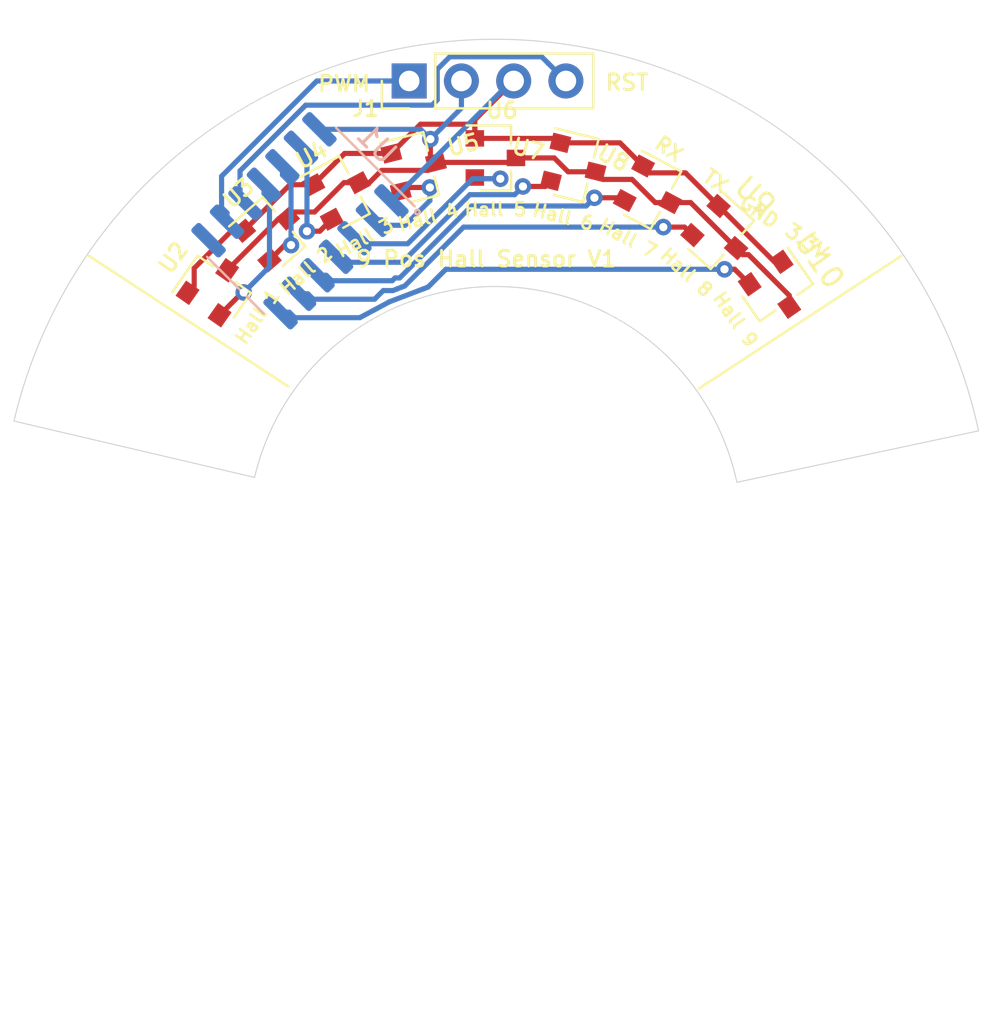
<source format=kicad_pcb>
(kicad_pcb (version 20171130) (host pcbnew "(5.1.5)-3")

  (general
    (thickness 1.6)
    (drawings 17)
    (tracks 162)
    (zones 0)
    (modules 13)
    (nets 15)
  )

  (page A4)
  (layers
    (0 F.Cu signal)
    (31 B.Cu signal)
    (32 B.Adhes user)
    (33 F.Adhes user)
    (34 B.Paste user)
    (35 F.Paste user)
    (36 B.SilkS user)
    (37 F.SilkS user)
    (38 B.Mask user)
    (39 F.Mask user)
    (40 Dwgs.User user)
    (41 Cmts.User user)
    (42 Eco1.User user)
    (43 Eco2.User user)
    (44 Edge.Cuts user)
    (45 Margin user)
    (46 B.CrtYd user)
    (47 F.CrtYd user)
    (48 B.Fab user)
    (49 F.Fab user)
  )

  (setup
    (last_trace_width 0.25)
    (trace_clearance 0.2)
    (zone_clearance 0.508)
    (zone_45_only no)
    (trace_min 0.2)
    (via_size 0.8)
    (via_drill 0.4)
    (via_min_size 0.4)
    (via_min_drill 0.3)
    (uvia_size 0.3)
    (uvia_drill 0.1)
    (uvias_allowed no)
    (uvia_min_size 0.2)
    (uvia_min_drill 0.1)
    (edge_width 0.05)
    (segment_width 0.2)
    (pcb_text_width 0.3)
    (pcb_text_size 1.5 1.5)
    (mod_edge_width 0.12)
    (mod_text_size 1 1)
    (mod_text_width 0.15)
    (pad_size 1.524 1.524)
    (pad_drill 0.762)
    (pad_to_mask_clearance 0.051)
    (solder_mask_min_width 0.25)
    (aux_axis_origin 0 0)
    (visible_elements 7FFFFFFF)
    (pcbplotparams
      (layerselection 0x010fc_ffffffff)
      (usegerberextensions false)
      (usegerberattributes false)
      (usegerberadvancedattributes false)
      (creategerberjobfile false)
      (excludeedgelayer true)
      (linewidth 0.100000)
      (plotframeref false)
      (viasonmask false)
      (mode 1)
      (useauxorigin false)
      (hpglpennumber 1)
      (hpglpenspeed 20)
      (hpglpendiameter 15.000000)
      (psnegative false)
      (psa4output false)
      (plotreference true)
      (plotvalue true)
      (plotinvisibletext false)
      (padsonsilk false)
      (subtractmaskfromsilk false)
      (outputformat 1)
      (mirror false)
      (drillshape 0)
      (scaleselection 1)
      (outputdirectory "Gerbers/"))
  )

  (net 0 "")
  (net 1 GND)
  (net 2 "Net-(U1-Pad11)")
  (net 3 "Net-(U1-Pad12)")
  (net 4 "Net-(U1-Pad13)")
  (net 5 +3V3)
  (net 6 "Net-(U1-Pad2)")
  (net 7 "Net-(U1-Pad3)")
  (net 8 "Net-(U1-Pad4)")
  (net 9 "Net-(U1-Pad5)")
  (net 10 "Net-(U1-Pad8)")
  (net 11 "Net-(J1-Pad1)")
  (net 12 "Net-(J1-Pad4)")
  (net 13 "Net-(U1-Pad6)")
  (net 14 "Net-(U1-Pad7)")

  (net_class Default "This is the default net class."
    (clearance 0.2)
    (trace_width 0.25)
    (via_dia 0.8)
    (via_drill 0.4)
    (uvia_dia 0.3)
    (uvia_drill 0.1)
    (add_net +3V3)
    (add_net GND)
    (add_net "Net-(J1-Pad1)")
    (add_net "Net-(J1-Pad4)")
    (add_net "Net-(U1-Pad11)")
    (add_net "Net-(U1-Pad12)")
    (add_net "Net-(U1-Pad13)")
    (add_net "Net-(U1-Pad2)")
    (add_net "Net-(U1-Pad3)")
    (add_net "Net-(U1-Pad4)")
    (add_net "Net-(U1-Pad5)")
    (add_net "Net-(U1-Pad6)")
    (add_net "Net-(U1-Pad7)")
    (add_net "Net-(U1-Pad8)")
  )

  (module Package_TO_SOT_SMD:SOT-23 (layer F.Cu) (tedit 5A02FF57) (tstamp 60162DF9)
    (at 143.725 58.4 305)
    (descr "SOT-23, Standard")
    (tags SOT-23)
    (path /6019ADE5)
    (attr smd)
    (fp_text reference U10 (at 0 -2.5 125) (layer F.SilkS)
      (effects (font (size 1 1) (thickness 0.15)))
    )
    (fp_text value "Hall 9" (at 0 2.5 125) (layer F.SilkS)
      (effects (font (size 0.635 0.635) (thickness 0.127)))
    )
    (fp_line (start 0.76 1.58) (end -0.7 1.58) (layer F.SilkS) (width 0.12))
    (fp_line (start 0.76 -1.58) (end -1.4 -1.58) (layer F.SilkS) (width 0.12))
    (fp_line (start -1.7 1.75) (end -1.7 -1.75) (layer F.CrtYd) (width 0.05))
    (fp_line (start 1.7 1.75) (end -1.7 1.75) (layer F.CrtYd) (width 0.05))
    (fp_line (start 1.7 -1.75) (end 1.7 1.75) (layer F.CrtYd) (width 0.05))
    (fp_line (start -1.7 -1.75) (end 1.7 -1.75) (layer F.CrtYd) (width 0.05))
    (fp_line (start 0.76 -1.58) (end 0.76 -0.65) (layer F.SilkS) (width 0.12))
    (fp_line (start 0.76 1.58) (end 0.76 0.65) (layer F.SilkS) (width 0.12))
    (fp_line (start -0.7 1.52) (end 0.7 1.52) (layer F.Fab) (width 0.1))
    (fp_line (start 0.7 -1.52) (end 0.7 1.52) (layer F.Fab) (width 0.1))
    (fp_line (start -0.7 -0.95) (end -0.15 -1.52) (layer F.Fab) (width 0.1))
    (fp_line (start -0.15 -1.52) (end 0.7 -1.52) (layer F.Fab) (width 0.1))
    (fp_line (start -0.7 -0.95) (end -0.7 1.5) (layer F.Fab) (width 0.1))
    (fp_text user %R (at 0 0 35) (layer F.Fab)
      (effects (font (size 0.5 0.5) (thickness 0.075)))
    )
    (pad 3 smd rect (at 1 0 305) (size 0.9 0.8) (layers F.Cu F.Paste F.Mask)
      (net 1 GND))
    (pad 2 smd rect (at -1 0.95 305) (size 0.9 0.8) (layers F.Cu F.Paste F.Mask)
      (net 14 "Net-(U1-Pad7)"))
    (pad 1 smd rect (at -1 -0.95 305) (size 0.9 0.8) (layers F.Cu F.Paste F.Mask)
      (net 5 +3V3))
    (model ${KISYS3DMOD}/Package_TO_SOT_SMD.3dshapes/SOT-23.wrl
      (at (xyz 0 0 0))
      (scale (xyz 1 1 1))
      (rotate (xyz 0 0 0))
    )
  )

  (module Package_TO_SOT_SMD:SOT-23 (layer F.Cu) (tedit 5A02FF57) (tstamp 60162DE4)
    (at 140.97 55.7 318)
    (descr "SOT-23, Standard")
    (tags SOT-23)
    (path /60198576)
    (attr smd)
    (fp_text reference U9 (at 0 -2.5 138) (layer F.SilkS)
      (effects (font (size 1 1) (thickness 0.15)))
    )
    (fp_text value "Hall 8" (at 0 2.5 138) (layer F.SilkS)
      (effects (font (size 0.635 0.635) (thickness 0.127)))
    )
    (fp_line (start 0.76 1.58) (end -0.7 1.58) (layer F.SilkS) (width 0.12))
    (fp_line (start 0.76 -1.58) (end -1.4 -1.58) (layer F.SilkS) (width 0.12))
    (fp_line (start -1.7 1.75) (end -1.7 -1.75) (layer F.CrtYd) (width 0.05))
    (fp_line (start 1.7 1.75) (end -1.7 1.75) (layer F.CrtYd) (width 0.05))
    (fp_line (start 1.7 -1.75) (end 1.7 1.75) (layer F.CrtYd) (width 0.05))
    (fp_line (start -1.7 -1.75) (end 1.7 -1.75) (layer F.CrtYd) (width 0.05))
    (fp_line (start 0.76 -1.58) (end 0.76 -0.65) (layer F.SilkS) (width 0.12))
    (fp_line (start 0.76 1.58) (end 0.76 0.65) (layer F.SilkS) (width 0.12))
    (fp_line (start -0.7 1.52) (end 0.7 1.52) (layer F.Fab) (width 0.1))
    (fp_line (start 0.7 -1.52) (end 0.7 1.52) (layer F.Fab) (width 0.1))
    (fp_line (start -0.7 -0.95) (end -0.15 -1.52) (layer F.Fab) (width 0.1))
    (fp_line (start -0.15 -1.52) (end 0.7 -1.52) (layer F.Fab) (width 0.1))
    (fp_line (start -0.7 -0.95) (end -0.7 1.5) (layer F.Fab) (width 0.1))
    (fp_text user %R (at 0 0 48) (layer F.Fab)
      (effects (font (size 0.5 0.5) (thickness 0.075)))
    )
    (pad 3 smd rect (at 1 0 318) (size 0.9 0.8) (layers F.Cu F.Paste F.Mask)
      (net 1 GND))
    (pad 2 smd rect (at -1 0.95 318) (size 0.9 0.8) (layers F.Cu F.Paste F.Mask)
      (net 13 "Net-(U1-Pad6)"))
    (pad 1 smd rect (at -1 -0.95 318) (size 0.9 0.8) (layers F.Cu F.Paste F.Mask)
      (net 5 +3V3))
    (model ${KISYS3DMOD}/Package_TO_SOT_SMD.3dshapes/SOT-23.wrl
      (at (xyz 0 0 0))
      (scale (xyz 1 1 1))
      (rotate (xyz 0 0 0))
    )
  )

  (module MountingHole:MountingHole_2.2mm_M2 (layer F.Cu) (tedit 56D1B4CB) (tstamp 60162392)
    (at 146.51 62.89)
    (descr "Mounting Hole 2.2mm, no annular, M2")
    (tags "mounting hole 2.2mm no annular m2")
    (attr virtual)
    (fp_text reference REF** (at 0 -3.2) (layer F.SilkS) hide
      (effects (font (size 1 1) (thickness 0.15)))
    )
    (fp_text value " " (at 0 3.2) (layer F.Fab)
      (effects (font (size 1 1) (thickness 0.15)))
    )
    (fp_circle (center 0 0) (end 2.45 0) (layer F.CrtYd) (width 0.05))
    (fp_circle (center 0 0) (end 2.2 0) (layer Cmts.User) (width 0.15))
    (fp_text user %R (at 0.3 0) (layer F.Fab)
      (effects (font (size 1 1) (thickness 0.15)))
    )
    (pad 1 np_thru_hole circle (at 0 0) (size 2.2 2.2) (drill 2.2) (layers *.Cu *.Mask))
  )

  (module MountingHole:MountingHole_2.2mm_M2 (layer F.Cu) (tedit 56D1B4CB) (tstamp 60162211)
    (at 113.45 62.72)
    (descr "Mounting Hole 2.2mm, no annular, M2")
    (tags "mounting hole 2.2mm no annular m2")
    (attr virtual)
    (fp_text reference REF** (at 0 -3.2) (layer F.SilkS) hide
      (effects (font (size 1 1) (thickness 0.15)))
    )
    (fp_text value " " (at 0 3.2) (layer F.Fab)
      (effects (font (size 1 1) (thickness 0.15)))
    )
    (fp_circle (center 0 0) (end 2.45 0) (layer F.CrtYd) (width 0.05))
    (fp_circle (center 0 0) (end 2.2 0) (layer Cmts.User) (width 0.15))
    (fp_text user %R (at 0.3 0) (layer F.Fab)
      (effects (font (size 1 1) (thickness 0.15)))
    )
    (pad 1 np_thru_hole circle (at 0 0) (size 2.2 2.2) (drill 2.2) (layers *.Cu *.Mask))
  )

  (module Connector_PinHeader_2.54mm:PinHeader_1x04_P2.54mm_Vertical (layer F.Cu) (tedit 59FED5CC) (tstamp 60160ADE)
    (at 125.8189 48.25 90)
    (descr "Through hole straight pin header, 1x04, 2.54mm pitch, single row")
    (tags "Through hole pin header THT 1x04 2.54mm single row")
    (path /6015B838)
    (fp_text reference J1 (at -1.3335 -2.1209 180) (layer F.SilkS)
      (effects (font (size 0.762 0.762) (thickness 0.1397)))
    )
    (fp_text value Power/Signal (at 3.0861 3.4417 180) (layer F.Fab)
      (effects (font (size 1 1) (thickness 0.15)))
    )
    (fp_line (start -0.635 -1.27) (end 1.27 -1.27) (layer F.Fab) (width 0.1))
    (fp_line (start 1.27 -1.27) (end 1.27 8.89) (layer F.Fab) (width 0.1))
    (fp_line (start 1.27 8.89) (end -1.27 8.89) (layer F.Fab) (width 0.1))
    (fp_line (start -1.27 8.89) (end -1.27 -0.635) (layer F.Fab) (width 0.1))
    (fp_line (start -1.27 -0.635) (end -0.635 -1.27) (layer F.Fab) (width 0.1))
    (fp_line (start -1.33 8.95) (end 1.33 8.95) (layer F.SilkS) (width 0.12))
    (fp_line (start -1.33 1.27) (end -1.33 8.95) (layer F.SilkS) (width 0.12))
    (fp_line (start 1.33 1.27) (end 1.33 8.95) (layer F.SilkS) (width 0.12))
    (fp_line (start -1.33 1.27) (end 1.33 1.27) (layer F.SilkS) (width 0.12))
    (fp_line (start -1.33 0) (end -1.33 -1.33) (layer F.SilkS) (width 0.12))
    (fp_line (start -1.33 -1.33) (end 0 -1.33) (layer F.SilkS) (width 0.12))
    (fp_line (start -1.8 -1.8) (end -1.8 9.4) (layer F.CrtYd) (width 0.05))
    (fp_line (start -1.8 9.4) (end 1.8 9.4) (layer F.CrtYd) (width 0.05))
    (fp_line (start 1.8 9.4) (end 1.8 -1.8) (layer F.CrtYd) (width 0.05))
    (fp_line (start 1.8 -1.8) (end -1.8 -1.8) (layer F.CrtYd) (width 0.05))
    (fp_text user %R (at 0 3.81) (layer F.Fab)
      (effects (font (size 1 1) (thickness 0.15)))
    )
    (pad 1 thru_hole rect (at 0 0 90) (size 1.7 1.7) (drill 1) (layers *.Cu *.Mask)
      (net 11 "Net-(J1-Pad1)"))
    (pad 2 thru_hole oval (at 0 2.54 90) (size 1.7 1.7) (drill 1) (layers *.Cu *.Mask)
      (net 1 GND))
    (pad 3 thru_hole oval (at 0 5.08 90) (size 1.7 1.7) (drill 1) (layers *.Cu *.Mask)
      (net 5 +3V3))
    (pad 4 thru_hole oval (at 0 7.62 90) (size 1.7 1.7) (drill 1) (layers *.Cu *.Mask)
      (net 12 "Net-(J1-Pad4)"))
    (model ${KISYS3DMOD}/Connector_PinHeader_2.54mm.3dshapes/PinHeader_1x04_P2.54mm_Vertical.wrl
      (at (xyz 0 0 0))
      (scale (xyz 1 1 1))
      (rotate (xyz 0 0 0))
    )
  )

  (module Package_SO:SOIC-14_3.9x8.7mm_P1.27mm (layer B.Cu) (tedit 5D9F72B1) (tstamp 6012B118)
    (at 120.5103 55.0418 135)
    (descr "SOIC, 14 Pin (JEDEC MS-012AB, https://www.analog.com/media/en/package-pcb-resources/package/pkg_pdf/soic_narrow-r/r_14.pdf), generated with kicad-footprint-generator ipc_gullwing_generator.py")
    (tags "SOIC SO")
    (path /5F112964)
    (attr smd)
    (fp_text reference U1 (at 0 5.28 315) (layer B.SilkS)
      (effects (font (size 1 1) (thickness 0.15)) (justify mirror))
    )
    (fp_text value ATtiny814-SS (at 0 -5.28 315) (layer B.Fab)
      (effects (font (size 1 1) (thickness 0.15)) (justify mirror))
    )
    (fp_line (start 3.7 4.58) (end -3.7 4.58) (layer B.CrtYd) (width 0.05))
    (fp_line (start 3.7 -4.58) (end 3.7 4.58) (layer B.CrtYd) (width 0.05))
    (fp_line (start -3.7 -4.58) (end 3.7 -4.58) (layer B.CrtYd) (width 0.05))
    (fp_line (start -3.7 4.58) (end -3.7 -4.58) (layer B.CrtYd) (width 0.05))
    (fp_line (start -1.95 3.35) (end -0.975 4.325) (layer B.Fab) (width 0.1))
    (fp_line (start -1.95 -4.325) (end -1.95 3.35) (layer B.Fab) (width 0.1))
    (fp_line (start 1.95 -4.325) (end -1.95 -4.325) (layer B.Fab) (width 0.1))
    (fp_line (start 1.95 4.325) (end 1.95 -4.325) (layer B.Fab) (width 0.1))
    (fp_line (start -0.975 4.325) (end 1.95 4.325) (layer B.Fab) (width 0.1))
    (fp_line (start 0 4.435) (end -3.45 4.435) (layer B.SilkS) (width 0.12))
    (fp_line (start 0 4.435) (end 1.95 4.435) (layer B.SilkS) (width 0.12))
    (fp_line (start 0 -4.435) (end -1.95 -4.435) (layer B.SilkS) (width 0.12))
    (fp_line (start 0 -4.435) (end 1.95 -4.435) (layer B.SilkS) (width 0.12))
    (fp_text user %R (at 0 0 315) (layer B.Fab)
      (effects (font (size 0.98 0.98) (thickness 0.15)) (justify mirror))
    )
    (pad 1 smd roundrect (at -2.475 3.81 135) (size 1.95 0.6) (layers B.Cu B.Paste B.Mask) (roundrect_rratio 0.25)
      (net 5 +3V3))
    (pad 2 smd roundrect (at -2.475 2.54 135) (size 1.95 0.6) (layers B.Cu B.Paste B.Mask) (roundrect_rratio 0.25)
      (net 6 "Net-(U1-Pad2)"))
    (pad 3 smd roundrect (at -2.475 1.27 135) (size 1.95 0.6) (layers B.Cu B.Paste B.Mask) (roundrect_rratio 0.25)
      (net 7 "Net-(U1-Pad3)"))
    (pad 4 smd roundrect (at -2.475 0 135) (size 1.95 0.6) (layers B.Cu B.Paste B.Mask) (roundrect_rratio 0.25)
      (net 8 "Net-(U1-Pad4)"))
    (pad 5 smd roundrect (at -2.475 -1.27 135) (size 1.95 0.6) (layers B.Cu B.Paste B.Mask) (roundrect_rratio 0.25)
      (net 9 "Net-(U1-Pad5)"))
    (pad 6 smd roundrect (at -2.475 -2.54 135) (size 1.95 0.6) (layers B.Cu B.Paste B.Mask) (roundrect_rratio 0.25)
      (net 13 "Net-(U1-Pad6)"))
    (pad 7 smd roundrect (at -2.475 -3.81 135) (size 1.95 0.6) (layers B.Cu B.Paste B.Mask) (roundrect_rratio 0.25)
      (net 14 "Net-(U1-Pad7)"))
    (pad 8 smd roundrect (at 2.475 -3.81 135) (size 1.95 0.6) (layers B.Cu B.Paste B.Mask) (roundrect_rratio 0.25)
      (net 10 "Net-(U1-Pad8)"))
    (pad 9 smd roundrect (at 2.475 -2.54 135) (size 1.95 0.6) (layers B.Cu B.Paste B.Mask) (roundrect_rratio 0.25)
      (net 11 "Net-(J1-Pad1)"))
    (pad 10 smd roundrect (at 2.475 -1.27 135) (size 1.95 0.6) (layers B.Cu B.Paste B.Mask) (roundrect_rratio 0.25)
      (net 12 "Net-(J1-Pad4)"))
    (pad 11 smd roundrect (at 2.475 0 135) (size 1.95 0.6) (layers B.Cu B.Paste B.Mask) (roundrect_rratio 0.25)
      (net 2 "Net-(U1-Pad11)"))
    (pad 12 smd roundrect (at 2.475 1.27 135) (size 1.95 0.6) (layers B.Cu B.Paste B.Mask) (roundrect_rratio 0.25)
      (net 3 "Net-(U1-Pad12)"))
    (pad 13 smd roundrect (at 2.475 2.54 135) (size 1.95 0.6) (layers B.Cu B.Paste B.Mask) (roundrect_rratio 0.25)
      (net 4 "Net-(U1-Pad13)"))
    (pad 14 smd roundrect (at 2.475 3.81 135) (size 1.95 0.6) (layers B.Cu B.Paste B.Mask) (roundrect_rratio 0.25)
      (net 1 GND))
    (model ${KISYS3DMOD}/Package_SO.3dshapes/SOIC-14_3.9x8.7mm_P1.27mm.wrl
      (at (xyz 0 0 0))
      (scale (xyz 1 1 1))
      (rotate (xyz 0 0 0))
    )
  )

  (module Package_TO_SOT_SMD:SOT-23 (layer F.Cu) (tedit 5A02FF57) (tstamp 6012B47E)
    (at 116.3955 58.2676 55)
    (descr "SOT-23, Standard")
    (tags SOT-23)
    (path /5EF2DD3D)
    (attr smd)
    (fp_text reference U2 (at 0 -2.5 55) (layer F.SilkS)
      (effects (font (size 0.762 0.762) (thickness 0.1397)))
    )
    (fp_text value "Hall 1" (at 0 2.5 55) (layer F.SilkS)
      (effects (font (size 0.635 0.635) (thickness 0.127)))
    )
    (fp_line (start 0.76 1.58) (end -0.7 1.58) (layer F.SilkS) (width 0.12))
    (fp_line (start 0.76 -1.58) (end -1.4 -1.58) (layer F.SilkS) (width 0.12))
    (fp_line (start -1.7 1.75) (end -1.7 -1.75) (layer F.CrtYd) (width 0.05))
    (fp_line (start 1.7 1.75) (end -1.7 1.75) (layer F.CrtYd) (width 0.05))
    (fp_line (start 1.7 -1.75) (end 1.7 1.75) (layer F.CrtYd) (width 0.05))
    (fp_line (start -1.7 -1.75) (end 1.7 -1.75) (layer F.CrtYd) (width 0.05))
    (fp_line (start 0.76 -1.58) (end 0.76 -0.65) (layer F.SilkS) (width 0.12))
    (fp_line (start 0.76 1.58) (end 0.76 0.65) (layer F.SilkS) (width 0.12))
    (fp_line (start -0.7 1.52) (end 0.7 1.52) (layer F.Fab) (width 0.1))
    (fp_line (start 0.7 -1.52) (end 0.7 1.52) (layer F.Fab) (width 0.1))
    (fp_line (start -0.7 -0.95) (end -0.15 -1.52) (layer F.Fab) (width 0.1))
    (fp_line (start -0.15 -1.52) (end 0.7 -1.52) (layer F.Fab) (width 0.1))
    (fp_line (start -0.7 -0.95) (end -0.7 1.5) (layer F.Fab) (width 0.1))
    (fp_text user %R (at 0 0 145) (layer F.Fab)
      (effects (font (size 0.5 0.5) (thickness 0.075)))
    )
    (pad 1 smd rect (at -1 -0.95 55) (size 0.9 0.8) (layers F.Cu F.Paste F.Mask)
      (net 5 +3V3))
    (pad 2 smd rect (at -1 0.95 55) (size 0.9 0.8) (layers F.Cu F.Paste F.Mask)
      (net 2 "Net-(U1-Pad11)"))
    (pad 3 smd rect (at 1 0 55) (size 0.9 0.8) (layers F.Cu F.Paste F.Mask)
      (net 1 GND))
    (model ${KISYS3DMOD}/Package_TO_SOT_SMD.3dshapes/SOT-23.wrl
      (at (xyz 0 0 0))
      (scale (xyz 1 1 1))
      (rotate (xyz 0 0 0))
    )
  )

  (module Package_TO_SOT_SMD:SOT-23 (layer F.Cu) (tedit 5A02FF57) (tstamp 6012B00A)
    (at 119.16 55.59 41)
    (descr "SOT-23, Standard")
    (tags SOT-23)
    (path /5EF2FF40)
    (attr smd)
    (fp_text reference U3 (at 0 -2.5 41) (layer F.SilkS)
      (effects (font (size 0.762 0.762) (thickness 0.1397)))
    )
    (fp_text value "Hall 2" (at 0 2.5 41) (layer F.SilkS)
      (effects (font (size 0.635 0.635) (thickness 0.127)))
    )
    (fp_text user %R (at 0 0 131) (layer F.Fab)
      (effects (font (size 0.5 0.5) (thickness 0.075)))
    )
    (fp_line (start -0.7 -0.95) (end -0.7 1.5) (layer F.Fab) (width 0.1))
    (fp_line (start -0.15 -1.52) (end 0.7 -1.52) (layer F.Fab) (width 0.1))
    (fp_line (start -0.7 -0.95) (end -0.15 -1.52) (layer F.Fab) (width 0.1))
    (fp_line (start 0.7 -1.52) (end 0.7 1.52) (layer F.Fab) (width 0.1))
    (fp_line (start -0.7 1.52) (end 0.7 1.52) (layer F.Fab) (width 0.1))
    (fp_line (start 0.76 1.58) (end 0.76 0.65) (layer F.SilkS) (width 0.12))
    (fp_line (start 0.76 -1.58) (end 0.76 -0.65) (layer F.SilkS) (width 0.12))
    (fp_line (start -1.7 -1.75) (end 1.7 -1.75) (layer F.CrtYd) (width 0.05))
    (fp_line (start 1.7 -1.75) (end 1.7 1.75) (layer F.CrtYd) (width 0.05))
    (fp_line (start 1.7 1.75) (end -1.7 1.75) (layer F.CrtYd) (width 0.05))
    (fp_line (start -1.7 1.75) (end -1.7 -1.75) (layer F.CrtYd) (width 0.05))
    (fp_line (start 0.76 -1.58) (end -1.4 -1.58) (layer F.SilkS) (width 0.12))
    (fp_line (start 0.76 1.58) (end -0.7 1.58) (layer F.SilkS) (width 0.12))
    (pad 3 smd rect (at 1 0 41) (size 0.9 0.8) (layers F.Cu F.Paste F.Mask)
      (net 1 GND))
    (pad 2 smd rect (at -1 0.95 41) (size 0.9 0.8) (layers F.Cu F.Paste F.Mask)
      (net 3 "Net-(U1-Pad12)"))
    (pad 1 smd rect (at -1 -0.95 41) (size 0.9 0.8) (layers F.Cu F.Paste F.Mask)
      (net 5 +3V3))
    (model ${KISYS3DMOD}/Package_TO_SOT_SMD.3dshapes/SOT-23.wrl
      (at (xyz 0 0 0))
      (scale (xyz 1 1 1))
      (rotate (xyz 0 0 0))
    )
  )

  (module Package_TO_SOT_SMD:SOT-23 (layer F.Cu) (tedit 5A02FF57) (tstamp 6012B01E)
    (at 122.49 53.66 28)
    (descr "SOT-23, Standard")
    (tags SOT-23)
    (path /5EF3088F)
    (attr smd)
    (fp_text reference U4 (at -0.402667 -2.254052 28) (layer F.SilkS)
      (effects (font (size 0.762 0.762) (thickness 0.1397)))
    )
    (fp_text value "Hall 3" (at 0 2.5 28) (layer F.SilkS)
      (effects (font (size 0.635 0.635) (thickness 0.127)))
    )
    (fp_line (start 0.76 1.58) (end -0.7 1.58) (layer F.SilkS) (width 0.12))
    (fp_line (start 0.76 -1.58) (end -1.4 -1.58) (layer F.SilkS) (width 0.12))
    (fp_line (start -1.7 1.75) (end -1.7 -1.75) (layer F.CrtYd) (width 0.05))
    (fp_line (start 1.7 1.75) (end -1.7 1.75) (layer F.CrtYd) (width 0.05))
    (fp_line (start 1.7 -1.75) (end 1.7 1.75) (layer F.CrtYd) (width 0.05))
    (fp_line (start -1.7 -1.75) (end 1.7 -1.75) (layer F.CrtYd) (width 0.05))
    (fp_line (start 0.76 -1.58) (end 0.76 -0.65) (layer F.SilkS) (width 0.12))
    (fp_line (start 0.76 1.58) (end 0.76 0.65) (layer F.SilkS) (width 0.12))
    (fp_line (start -0.7 1.52) (end 0.7 1.52) (layer F.Fab) (width 0.1))
    (fp_line (start 0.7 -1.52) (end 0.7 1.52) (layer F.Fab) (width 0.1))
    (fp_line (start -0.7 -0.95) (end -0.15 -1.52) (layer F.Fab) (width 0.1))
    (fp_line (start -0.15 -1.52) (end 0.7 -1.52) (layer F.Fab) (width 0.1))
    (fp_line (start -0.7 -0.95) (end -0.7 1.5) (layer F.Fab) (width 0.1))
    (fp_text user %R (at 0 0 118) (layer F.Fab)
      (effects (font (size 0.5 0.5) (thickness 0.075)))
    )
    (pad 1 smd rect (at -1 -0.95 28) (size 0.9 0.8) (layers F.Cu F.Paste F.Mask)
      (net 5 +3V3))
    (pad 2 smd rect (at -1 0.95 28) (size 0.9 0.8) (layers F.Cu F.Paste F.Mask)
      (net 4 "Net-(U1-Pad13)"))
    (pad 3 smd rect (at 1 0 28) (size 0.9 0.8) (layers F.Cu F.Paste F.Mask)
      (net 1 GND))
    (model ${KISYS3DMOD}/Package_TO_SOT_SMD.3dshapes/SOT-23.wrl
      (at (xyz 0 0 0))
      (scale (xyz 1 1 1))
      (rotate (xyz 0 0 0))
    )
  )

  (module Package_TO_SOT_SMD:SOT-23 (layer F.Cu) (tedit 5A02FF57) (tstamp 6012B032)
    (at 126.15 52.45 14)
    (descr "SOT-23, Standard")
    (tags SOT-23)
    (path /5EF30FFA)
    (attr smd)
    (fp_text reference U5 (at 2.4991 -0.5015 14) (layer F.SilkS)
      (effects (font (size 0.762 0.762) (thickness 0.1397)))
    )
    (fp_text value "Hall 4" (at 0 2.5 14) (layer F.SilkS)
      (effects (font (size 0.635 0.635) (thickness 0.127)))
    )
    (fp_line (start 0.76 1.58) (end -0.7 1.58) (layer F.SilkS) (width 0.12))
    (fp_line (start 0.76 -1.58) (end -1.4 -1.58) (layer F.SilkS) (width 0.12))
    (fp_line (start -1.7 1.75) (end -1.7 -1.75) (layer F.CrtYd) (width 0.05))
    (fp_line (start 1.7 1.75) (end -1.7 1.75) (layer F.CrtYd) (width 0.05))
    (fp_line (start 1.7 -1.75) (end 1.7 1.75) (layer F.CrtYd) (width 0.05))
    (fp_line (start -1.7 -1.75) (end 1.7 -1.75) (layer F.CrtYd) (width 0.05))
    (fp_line (start 0.76 -1.58) (end 0.76 -0.65) (layer F.SilkS) (width 0.12))
    (fp_line (start 0.76 1.58) (end 0.76 0.65) (layer F.SilkS) (width 0.12))
    (fp_line (start -0.7 1.52) (end 0.7 1.52) (layer F.Fab) (width 0.1))
    (fp_line (start 0.7 -1.52) (end 0.7 1.52) (layer F.Fab) (width 0.1))
    (fp_line (start -0.7 -0.95) (end -0.15 -1.52) (layer F.Fab) (width 0.1))
    (fp_line (start -0.15 -1.52) (end 0.7 -1.52) (layer F.Fab) (width 0.1))
    (fp_line (start -0.7 -0.95) (end -0.7 1.5) (layer F.Fab) (width 0.1))
    (fp_text user %R (at 0 0 104) (layer F.Fab)
      (effects (font (size 0.5 0.5) (thickness 0.075)))
    )
    (pad 1 smd rect (at -1 -0.95 14) (size 0.9 0.8) (layers F.Cu F.Paste F.Mask)
      (net 5 +3V3))
    (pad 2 smd rect (at -1 0.95 14) (size 0.9 0.8) (layers F.Cu F.Paste F.Mask)
      (net 6 "Net-(U1-Pad2)"))
    (pad 3 smd rect (at 1 0 14) (size 0.9 0.8) (layers F.Cu F.Paste F.Mask)
      (net 1 GND))
    (model ${KISYS3DMOD}/Package_TO_SOT_SMD.3dshapes/SOT-23.wrl
      (at (xyz 0 0 0))
      (scale (xyz 1 1 1))
      (rotate (xyz 0 0 0))
    )
  )

  (module Package_TO_SOT_SMD:SOT-23 (layer F.Cu) (tedit 5A02FF57) (tstamp 6012B046)
    (at 130.01 51.99)
    (descr "SOT-23, Standard")
    (tags SOT-23)
    (path /5EF31415)
    (attr smd)
    (fp_text reference U6 (at 0.318728 -2.3069) (layer F.SilkS)
      (effects (font (size 0.762 0.762) (thickness 0.1397)))
    )
    (fp_text value "Hall 5" (at 0 2.5) (layer F.SilkS)
      (effects (font (size 0.635 0.635) (thickness 0.127)))
    )
    (fp_text user %R (at 0 0 -270) (layer F.Fab)
      (effects (font (size 0.5 0.5) (thickness 0.075)))
    )
    (fp_line (start -0.7 -0.95) (end -0.7 1.5) (layer F.Fab) (width 0.1))
    (fp_line (start -0.15 -1.52) (end 0.7 -1.52) (layer F.Fab) (width 0.1))
    (fp_line (start -0.7 -0.95) (end -0.15 -1.52) (layer F.Fab) (width 0.1))
    (fp_line (start 0.7 -1.52) (end 0.7 1.52) (layer F.Fab) (width 0.1))
    (fp_line (start -0.7 1.52) (end 0.7 1.52) (layer F.Fab) (width 0.1))
    (fp_line (start 0.76 1.58) (end 0.76 0.65) (layer F.SilkS) (width 0.12))
    (fp_line (start 0.76 -1.58) (end 0.76 -0.65) (layer F.SilkS) (width 0.12))
    (fp_line (start -1.7 -1.75) (end 1.7 -1.75) (layer F.CrtYd) (width 0.05))
    (fp_line (start 1.7 -1.75) (end 1.7 1.75) (layer F.CrtYd) (width 0.05))
    (fp_line (start 1.7 1.75) (end -1.7 1.75) (layer F.CrtYd) (width 0.05))
    (fp_line (start -1.7 1.75) (end -1.7 -1.75) (layer F.CrtYd) (width 0.05))
    (fp_line (start 0.76 -1.58) (end -1.4 -1.58) (layer F.SilkS) (width 0.12))
    (fp_line (start 0.76 1.58) (end -0.7 1.58) (layer F.SilkS) (width 0.12))
    (pad 3 smd rect (at 1 0) (size 0.9 0.8) (layers F.Cu F.Paste F.Mask)
      (net 1 GND))
    (pad 2 smd rect (at -1 0.95) (size 0.9 0.8) (layers F.Cu F.Paste F.Mask)
      (net 7 "Net-(U1-Pad3)"))
    (pad 1 smd rect (at -1 -0.95) (size 0.9 0.8) (layers F.Cu F.Paste F.Mask)
      (net 5 +3V3))
    (model ${KISYS3DMOD}/Package_TO_SOT_SMD.3dshapes/SOT-23.wrl
      (at (xyz 0 0 0))
      (scale (xyz 1 1 1))
      (rotate (xyz 0 0 0))
    )
  )

  (module Package_TO_SOT_SMD:SOT-23 (layer F.Cu) (tedit 5A02FF57) (tstamp 6012B7AD)
    (at 133.91 52.42 346)
    (descr "SOT-23, Standard")
    (tags SOT-23)
    (path /6013B6E7)
    (attr smd)
    (fp_text reference U7 (at -2.438489 -0.266628 166) (layer F.SilkS)
      (effects (font (size 0.762 0.762) (thickness 0.1397)))
    )
    (fp_text value "Hall 6" (at 0 2.5 166) (layer F.SilkS)
      (effects (font (size 0.635 0.635) (thickness 0.127)))
    )
    (fp_text user %R (at 0 0 76) (layer F.Fab)
      (effects (font (size 0.5 0.5) (thickness 0.075)))
    )
    (fp_line (start -0.7 -0.95) (end -0.7 1.5) (layer F.Fab) (width 0.1))
    (fp_line (start -0.15 -1.52) (end 0.7 -1.52) (layer F.Fab) (width 0.1))
    (fp_line (start -0.7 -0.95) (end -0.15 -1.52) (layer F.Fab) (width 0.1))
    (fp_line (start 0.7 -1.52) (end 0.7 1.52) (layer F.Fab) (width 0.1))
    (fp_line (start -0.7 1.52) (end 0.7 1.52) (layer F.Fab) (width 0.1))
    (fp_line (start 0.76 1.58) (end 0.76 0.65) (layer F.SilkS) (width 0.12))
    (fp_line (start 0.76 -1.58) (end 0.76 -0.65) (layer F.SilkS) (width 0.12))
    (fp_line (start -1.7 -1.75) (end 1.7 -1.75) (layer F.CrtYd) (width 0.05))
    (fp_line (start 1.7 -1.75) (end 1.7 1.75) (layer F.CrtYd) (width 0.05))
    (fp_line (start 1.7 1.75) (end -1.7 1.75) (layer F.CrtYd) (width 0.05))
    (fp_line (start -1.7 1.75) (end -1.7 -1.75) (layer F.CrtYd) (width 0.05))
    (fp_line (start 0.76 -1.58) (end -1.4 -1.58) (layer F.SilkS) (width 0.12))
    (fp_line (start 0.76 1.58) (end -0.7 1.58) (layer F.SilkS) (width 0.12))
    (pad 3 smd rect (at 1 0 346) (size 0.9 0.8) (layers F.Cu F.Paste F.Mask)
      (net 1 GND))
    (pad 2 smd rect (at -1 0.95 346) (size 0.9 0.8) (layers F.Cu F.Paste F.Mask)
      (net 8 "Net-(U1-Pad4)"))
    (pad 1 smd rect (at -1 -0.95 346) (size 0.9 0.8) (layers F.Cu F.Paste F.Mask)
      (net 5 +3V3))
    (model ${KISYS3DMOD}/Package_TO_SOT_SMD.3dshapes/SOT-23.wrl
      (at (xyz 0 0 0))
      (scale (xyz 1 1 1))
      (rotate (xyz 0 0 0))
    )
  )

  (module Package_TO_SOT_SMD:SOT-23 (layer F.Cu) (tedit 5A02FF57) (tstamp 6012B7C2)
    (at 137.63 53.69 332)
    (descr "SOT-23, Standard")
    (tags SOT-23)
    (path /60139BBA)
    (attr smd)
    (fp_text reference U8 (at -2.459231 -0.620345 152) (layer F.SilkS)
      (effects (font (size 0.762 0.762) (thickness 0.1397)))
    )
    (fp_text value "Hall 7" (at 0 2.5 152) (layer F.SilkS)
      (effects (font (size 0.635 0.635) (thickness 0.127)))
    )
    (fp_line (start 0.76 1.58) (end -0.7 1.58) (layer F.SilkS) (width 0.12))
    (fp_line (start 0.76 -1.58) (end -1.4 -1.58) (layer F.SilkS) (width 0.12))
    (fp_line (start -1.7 1.75) (end -1.7 -1.75) (layer F.CrtYd) (width 0.05))
    (fp_line (start 1.7 1.75) (end -1.7 1.75) (layer F.CrtYd) (width 0.05))
    (fp_line (start 1.7 -1.75) (end 1.7 1.75) (layer F.CrtYd) (width 0.05))
    (fp_line (start -1.7 -1.75) (end 1.7 -1.75) (layer F.CrtYd) (width 0.05))
    (fp_line (start 0.76 -1.58) (end 0.76 -0.65) (layer F.SilkS) (width 0.12))
    (fp_line (start 0.76 1.58) (end 0.76 0.65) (layer F.SilkS) (width 0.12))
    (fp_line (start -0.7 1.52) (end 0.7 1.52) (layer F.Fab) (width 0.1))
    (fp_line (start 0.7 -1.52) (end 0.7 1.52) (layer F.Fab) (width 0.1))
    (fp_line (start -0.7 -0.95) (end -0.15 -1.52) (layer F.Fab) (width 0.1))
    (fp_line (start -0.15 -1.52) (end 0.7 -1.52) (layer F.Fab) (width 0.1))
    (fp_line (start -0.7 -0.95) (end -0.7 1.5) (layer F.Fab) (width 0.1))
    (fp_text user %R (at 0 0 62) (layer F.Fab)
      (effects (font (size 0.5 0.5) (thickness 0.075)))
    )
    (pad 1 smd rect (at -1 -0.95 332) (size 0.9 0.8) (layers F.Cu F.Paste F.Mask)
      (net 5 +3V3))
    (pad 2 smd rect (at -1 0.95 332) (size 0.9 0.8) (layers F.Cu F.Paste F.Mask)
      (net 9 "Net-(U1-Pad5)"))
    (pad 3 smd rect (at 1 0 332) (size 0.9 0.8) (layers F.Cu F.Paste F.Mask)
      (net 1 GND))
    (model ${KISYS3DMOD}/Package_TO_SOT_SMD.3dshapes/SOT-23.wrl
      (at (xyz 0 0 0))
      (scale (xyz 1 1 1))
      (rotate (xyz 0 0 0))
    )
  )

  (gr_arc (start 130 70.25) (end 153.499999 65.250001) (angle -154.8159682) (layer Edge.Cuts) (width 0.05))
  (gr_line (start 118.303073 67.512421) (end 106.606142 64.774841) (layer Edge.Cuts) (width 0.05))
  (gr_arc (start 130 70.25) (end 141.749998 67.750002) (angle -154.8159719) (layer Edge.Cuts) (width 0.05))
  (gr_line (start 141.749998 67.750002) (end 153.499999 65.250001) (layer Edge.Cuts) (width 0.05))
  (gr_line (start 119.95 63.1) (end 110.25 56.75) (layer F.SilkS) (width 0.12))
  (gr_line (start 139.9 63.2) (end 149.75 56.75) (layer F.SilkS) (width 0.12))
  (gr_text "9 Pos Hall Sensor V1" (at 129.5654 56.896) (layer F.SilkS)
    (effects (font (size 0.762 0.762) (thickness 0.1397)))
  )
  (gr_text RX (at 138.45 51.55 -35) (layer F.SilkS) (tstamp 601620A3)
    (effects (font (size 0.6858 0.6858) (thickness 0.13335)))
  )
  (gr_text TX (at 140.71 53.11 -35) (layer F.SilkS) (tstamp 601620A3)
    (effects (font (size 0.6858 0.6858) (thickness 0.13335)))
  )
  (gr_text GND (at 142.83 54.6 -35) (layer F.SilkS) (tstamp 601620A3)
    (effects (font (size 0.6604 0.6604) (thickness 0.13335)))
  )
  (gr_text 3.3V (at 145.14 56.05 -35) (layer F.SilkS)
    (effects (font (size 0.6858 0.6858) (thickness 0.13335)))
  )
  (gr_circle (center 126.217651 54.6227) (end 126.281151 54.7116) (layer B.SilkS) (width 0.12))
  (gr_text RST (at 136.4107 48.3235) (layer F.SilkS)
    (effects (font (size 0.762 0.762) (thickness 0.1397)))
  )
  (gr_text PWM (at 122.6566 48.387) (layer F.SilkS)
    (effects (font (size 0.762 0.762) (thickness 0.1397)))
  )
  (gr_circle (center 130 70) (end 148 70) (layer Dwgs.User) (width 0.15))
  (gr_circle (center 130 70) (end 154 70) (layer Dwgs.User) (width 0.15))
  (gr_circle (center 130 70) (end 142 70) (layer Dwgs.User) (width 0.15))

  (segment (start 119.483583 54.933941) (end 119.91471 54.933941) (width 0.25) (layer F.Cu) (net 1))
  (segment (start 116.969076 57.448448) (end 119.483583 54.933941) (width 0.25) (layer F.Cu) (net 1))
  (segment (start 122.863292 53.190528) (end 123.372948 53.190528) (width 0.25) (layer F.Cu) (net 1))
  (segment (start 122.644128 53.190528) (end 122.863292 53.190528) (width 0.25) (layer F.Cu) (net 1))
  (segment (start 121.21969 54.614966) (end 122.644128 53.190528) (width 0.25) (layer F.Cu) (net 1))
  (segment (start 120.233685 54.614966) (end 121.21969 54.614966) (width 0.25) (layer F.Cu) (net 1))
  (segment (start 119.91471 54.933941) (end 120.233685 54.614966) (width 0.25) (layer F.Cu) (net 1))
  (segment (start 126.73624 52.592134) (end 126.749076 52.579298) (width 0.25) (layer F.Cu) (net 1))
  (segment (start 126.749076 52.579298) (end 127.120296 52.208078) (width 0.25) (layer F.Cu) (net 1))
  (segment (start 124.480998 52.592134) (end 126.73624 52.592134) (width 0.25) (layer F.Cu) (net 1))
  (segment (start 123.882604 53.190528) (end 124.480998 52.592134) (width 0.25) (layer F.Cu) (net 1))
  (segment (start 123.372948 53.190528) (end 123.882604 53.190528) (width 0.25) (layer F.Cu) (net 1))
  (segment (start 130.791922 52.208078) (end 131.01 51.99) (width 0.25) (layer F.Cu) (net 1))
  (segment (start 127.120296 52.208078) (end 130.791922 52.208078) (width 0.25) (layer F.Cu) (net 1))
  (segment (start 134.41652 52.661922) (end 134.880296 52.661922) (width 0.25) (layer F.Cu) (net 1))
  (segment (start 132.87231 51.99) (end 133.544232 52.661922) (width 0.25) (layer F.Cu) (net 1))
  (segment (start 133.544232 52.661922) (end 134.41652 52.661922) (width 0.25) (layer F.Cu) (net 1))
  (segment (start 131.01 51.99) (end 132.87231 51.99) (width 0.25) (layer F.Cu) (net 1))
  (segment (start 138.003292 54.159472) (end 138.512948 54.159472) (width 0.25) (layer F.Cu) (net 1))
  (segment (start 137.784128 54.159472) (end 138.003292 54.159472) (width 0.25) (layer F.Cu) (net 1))
  (segment (start 136.657798 53.033142) (end 137.784128 54.159472) (width 0.25) (layer F.Cu) (net 1))
  (segment (start 135.251516 53.033142) (end 136.657798 53.033142) (width 0.25) (layer F.Cu) (net 1))
  (segment (start 134.880296 52.661922) (end 135.251516 53.033142) (width 0.25) (layer F.Cu) (net 1))
  (segment (start 139.503486 54.159472) (end 141.713145 56.369131) (width 0.25) (layer F.Cu) (net 1))
  (segment (start 138.512948 54.159472) (end 139.503486 54.159472) (width 0.25) (layer F.Cu) (net 1))
  (segment (start 142.031779 56.687765) (end 142.316537 56.687765) (width 0.25) (layer F.Cu) (net 1))
  (segment (start 144.298576 58.669804) (end 144.298576 59.219152) (width 0.25) (layer F.Cu) (net 1))
  (segment (start 142.316537 56.687765) (end 144.298576 58.669804) (width 0.25) (layer F.Cu) (net 1))
  (segment (start 141.713145 56.369131) (end 142.031779 56.687765) (width 0.25) (layer F.Cu) (net 1))
  (via (at 126.85 51.075) (size 0.8) (drill 0.4) (layers F.Cu B.Cu) (net 1))
  (segment (start 128.3589 49.5661) (end 126.85 51.075) (width 0.25) (layer B.Cu) (net 1))
  (segment (start 128.3589 48.25) (end 128.3589 49.5661) (width 0.25) (layer B.Cu) (net 1))
  (segment (start 126.85 51.937782) (end 127.120296 52.208078) (width 0.25) (layer F.Cu) (net 1))
  (segment (start 126.85 51.075) (end 126.85 51.937782) (width 0.25) (layer F.Cu) (net 1))
  (segment (start 126.372634 50.597634) (end 126.85 51.075) (width 0.25) (layer B.Cu) (net 1))
  (segment (start 121.454288 50.597634) (end 126.372634 50.597634) (width 0.25) (layer B.Cu) (net 1))
  (via (at 117.775 58.525) (size 0.8) (drill 0.4) (layers F.Cu B.Cu) (net 2))
  (segment (start 119.026624 53.982388) (end 119.026624 57.273376) (width 0.25) (layer B.Cu) (net 2))
  (segment (start 119.026624 57.273376) (end 117.775 58.525) (width 0.25) (layer B.Cu) (net 2))
  (segment (start 118.760211 53.291711) (end 118.760211 53.715975) (width 0.25) (layer B.Cu) (net 2))
  (segment (start 118.760211 53.715975) (end 119.026624 53.982388) (width 0.25) (layer B.Cu) (net 2))
  (segment (start 117.706768 58.525) (end 116.600118 59.63165) (width 0.25) (layer F.Cu) (net 2))
  (segment (start 117.775 58.525) (end 117.706768 58.525) (width 0.25) (layer F.Cu) (net 2))
  (via (at 120.075 56.225) (size 0.8) (drill 0.4) (layers F.Cu B.Cu) (net 3))
  (segment (start 120.075 53.234713) (end 120.075 56.225) (width 0.25) (layer B.Cu) (net 3))
  (segment (start 119.658236 52.393685) (end 119.658236 52.817949) (width 0.25) (layer B.Cu) (net 3))
  (segment (start 119.658236 52.817949) (end 120.075 53.234713) (width 0.25) (layer B.Cu) (net 3))
  (segment (start 119.766579 56.225) (end 119.028546 56.963033) (width 0.25) (layer F.Cu) (net 3))
  (segment (start 120.075 56.225) (end 119.766579 56.225) (width 0.25) (layer F.Cu) (net 3))
  (segment (start 120.85 52.213661) (end 120.85 55.55) (width 0.25) (layer B.Cu) (net 4))
  (via (at 120.85 55.55) (size 0.8) (drill 0.4) (layers F.Cu B.Cu) (net 4))
  (segment (start 120.556262 51.495659) (end 120.556262 51.919923) (width 0.25) (layer B.Cu) (net 4))
  (segment (start 120.556262 51.919923) (end 120.85 52.213661) (width 0.25) (layer B.Cu) (net 4))
  (segment (start 121.471322 55.55) (end 122.05305 54.968272) (width 0.25) (layer F.Cu) (net 4))
  (segment (start 120.85 55.55) (end 121.471322 55.55) (width 0.25) (layer F.Cu) (net 4))
  (segment (start 115.366835 57.348028) (end 117.185778 55.529085) (width 0.25) (layer F.Cu) (net 5))
  (segment (start 117.185778 55.529085) (end 117.782034 55.529085) (width 0.25) (layer F.Cu) (net 5))
  (segment (start 115.043729 58.541854) (end 115.366835 58.218748) (width 0.25) (layer F.Cu) (net 5))
  (segment (start 115.366835 58.218748) (end 115.366835 57.348028) (width 0.25) (layer F.Cu) (net 5))
  (segment (start 120.020448 53.290671) (end 121.161054 53.290671) (width 0.25) (layer F.Cu) (net 5))
  (segment (start 117.782034 55.529085) (end 120.020448 53.290671) (width 0.25) (layer F.Cu) (net 5))
  (segment (start 122.681584 51.770141) (end 124.949878 51.770141) (width 0.25) (layer F.Cu) (net 5))
  (segment (start 121.161054 53.290671) (end 122.681584 51.770141) (width 0.25) (layer F.Cu) (net 5))
  (segment (start 132.953233 51.04) (end 133.16953 51.256297) (width 0.25) (layer F.Cu) (net 5))
  (segment (start 129.01 51.04) (end 132.953233 51.04) (width 0.25) (layer F.Cu) (net 5))
  (segment (start 136.067619 51.256297) (end 137.19305 52.381728) (width 0.25) (layer F.Cu) (net 5))
  (segment (start 133.16953 51.256297) (end 136.067619 51.256297) (width 0.25) (layer F.Cu) (net 5))
  (segment (start 140.543895 54.006248) (end 140.862529 54.324882) (width 0.25) (layer F.Cu) (net 5))
  (segment (start 139.252112 52.714465) (end 140.543895 54.006248) (width 0.25) (layer F.Cu) (net 5))
  (segment (start 137.525787 52.714465) (end 139.252112 52.714465) (width 0.25) (layer F.Cu) (net 5))
  (segment (start 137.19305 52.381728) (end 137.525787 52.714465) (width 0.25) (layer F.Cu) (net 5))
  (segment (start 143.573597 57.03595) (end 143.929618 57.03595) (width 0.25) (layer F.Cu) (net 5))
  (segment (start 140.862529 54.324882) (end 143.573597 57.03595) (width 0.25) (layer F.Cu) (net 5))
  (segment (start 128.969999 50.349999) (end 129.01 50.39) (width 0.25) (layer F.Cu) (net 5))
  (segment (start 129.01 50.39) (end 129.01 51.04) (width 0.25) (layer F.Cu) (net 5))
  (segment (start 124.949878 51.770141) (end 126.37002 50.349999) (width 0.25) (layer F.Cu) (net 5))
  (segment (start 126.37002 50.349999) (end 128.969999 50.349999) (width 0.25) (layer F.Cu) (net 5))
  (segment (start 129.01 50.1389) (end 129.01 51.04) (width 0.25) (layer F.Cu) (net 5))
  (segment (start 130.8989 48.25) (end 129.01 50.1389) (width 0.25) (layer F.Cu) (net 5))
  (segment (start 130.802278 48.25) (end 130.8989 48.25) (width 0.25) (layer B.Cu) (net 5))
  (segment (start 124.954466 54.097812) (end 130.802278 48.25) (width 0.25) (layer B.Cu) (net 5))
  (segment (start 126.825 54.065772) (end 126.825 53.425) (width 0.25) (layer B.Cu) (net 6))
  (via (at 126.825 53.425) (size 0.8) (drill 0.4) (layers F.Cu B.Cu) (net 6))
  (segment (start 124.480705 54.995838) (end 124.747118 55.262251) (width 0.25) (layer B.Cu) (net 6))
  (segment (start 124.056441 54.995838) (end 124.480705 54.995838) (width 0.25) (layer B.Cu) (net 6))
  (segment (start 124.747118 55.262251) (end 125.628521 55.262251) (width 0.25) (layer B.Cu) (net 6))
  (segment (start 125.628521 55.262251) (end 126.825 54.065772) (width 0.25) (layer B.Cu) (net 6))
  (segment (start 125.598233 53.425) (end 125.40953 53.613703) (width 0.25) (layer F.Cu) (net 6))
  (segment (start 126.825 53.425) (end 125.598233 53.425) (width 0.25) (layer F.Cu) (net 6))
  (via (at 130.25 53) (size 0.8) (drill 0.4) (layers F.Cu B.Cu) (net 7))
  (segment (start 129.07 53) (end 129.01 52.94) (width 0.25) (layer F.Cu) (net 7))
  (segment (start 130.25 53) (end 129.07 53) (width 0.25) (layer F.Cu) (net 7))
  (segment (start 125.74408 56.160277) (end 128.904357 53) (width 0.25) (layer B.Cu) (net 7))
  (segment (start 123.849092 56.160277) (end 125.74408 56.160277) (width 0.25) (layer B.Cu) (net 7))
  (segment (start 123.158415 55.893864) (end 123.582679 55.893864) (width 0.25) (layer B.Cu) (net 7))
  (segment (start 129.684315 53) (end 130.25 53) (width 0.25) (layer B.Cu) (net 7))
  (segment (start 128.904357 53) (end 129.684315 53) (width 0.25) (layer B.Cu) (net 7))
  (segment (start 123.582679 55.893864) (end 123.849092 56.160277) (width 0.25) (layer B.Cu) (net 7))
  (via (at 131.35 53.375) (size 0.8) (drill 0.4) (layers F.Cu B.Cu) (net 8))
  (segment (start 132.434737 53.375) (end 132.709878 53.099859) (width 0.25) (layer F.Cu) (net 8))
  (segment (start 131.35 53.375) (end 132.434737 53.375) (width 0.25) (layer F.Cu) (net 8))
  (segment (start 122.951067 57.058303) (end 125.482464 57.058303) (width 0.25) (layer B.Cu) (net 8))
  (segment (start 122.260389 56.791889) (end 122.684653 56.791889) (width 0.25) (layer B.Cu) (net 8))
  (segment (start 128.765768 53.774999) (end 130.950001 53.774999) (width 0.25) (layer B.Cu) (net 8))
  (segment (start 130.950001 53.774999) (end 131.35 53.375) (width 0.25) (layer B.Cu) (net 8))
  (segment (start 125.482464 57.058303) (end 128.765768 53.774999) (width 0.25) (layer B.Cu) (net 8))
  (segment (start 122.684653 56.791889) (end 122.951067 57.058303) (width 0.25) (layer B.Cu) (net 8))
  (via (at 134.825 53.925) (size 0.8) (drill 0.4) (layers F.Cu B.Cu) (net 9))
  (segment (start 136.166725 53.925) (end 136.301054 54.059329) (width 0.25) (layer F.Cu) (net 9))
  (segment (start 134.825 53.925) (end 136.166725 53.925) (width 0.25) (layer F.Cu) (net 9))
  (segment (start 128.852176 54.324999) (end 134.425001 54.324999) (width 0.25) (layer B.Cu) (net 9))
  (segment (start 121.786628 57.689915) (end 122.053041 57.956328) (width 0.25) (layer B.Cu) (net 9))
  (segment (start 125.130443 57.820539) (end 125.356636 57.820539) (width 0.25) (layer B.Cu) (net 9))
  (segment (start 122.053041 57.956328) (end 124.994654 57.956328) (width 0.25) (layer B.Cu) (net 9))
  (segment (start 134.425001 54.324999) (end 134.825 53.925) (width 0.25) (layer B.Cu) (net 9))
  (segment (start 125.356636 57.820539) (end 128.852176 54.324999) (width 0.25) (layer B.Cu) (net 9))
  (segment (start 121.362364 57.689915) (end 121.786628 57.689915) (width 0.25) (layer B.Cu) (net 9))
  (segment (start 124.994654 57.956328) (end 125.130443 57.820539) (width 0.25) (layer B.Cu) (net 9))
  (segment (start 116.697746 52.879271) (end 121.327017 48.25) (width 0.25) (layer B.Cu) (net 11))
  (segment (start 124.7189 48.25) (end 125.8189 48.25) (width 0.25) (layer B.Cu) (net 11))
  (segment (start 116.964159 55.087762) (end 116.964159 54.663498) (width 0.25) (layer B.Cu) (net 11))
  (segment (start 121.327017 48.25) (end 124.7189 48.25) (width 0.25) (layer B.Cu) (net 11))
  (segment (start 116.964159 54.663498) (end 116.697746 54.397085) (width 0.25) (layer B.Cu) (net 11))
  (segment (start 116.697746 54.397085) (end 116.697746 52.879271) (width 0.25) (layer B.Cu) (net 11))
  (segment (start 132.588901 47.400001) (end 133.4389 48.25) (width 0.25) (layer B.Cu) (net 12))
  (segment (start 127.794899 47.074999) (end 132.263899 47.074999) (width 0.25) (layer B.Cu) (net 12))
  (segment (start 127.183899 47.685999) (end 127.794899 47.074999) (width 0.25) (layer B.Cu) (net 12))
  (segment (start 127.183899 49.170003) (end 127.183899 47.685999) (width 0.25) (layer B.Cu) (net 12))
  (segment (start 120.788427 49.425001) (end 126.928901 49.425001) (width 0.25) (layer B.Cu) (net 12))
  (segment (start 117.595772 52.617656) (end 120.788427 49.425001) (width 0.25) (layer B.Cu) (net 12))
  (segment (start 117.595772 53.923323) (end 117.595772 52.617656) (width 0.25) (layer B.Cu) (net 12))
  (segment (start 117.862185 54.189736) (end 117.595772 53.923323) (width 0.25) (layer B.Cu) (net 12))
  (segment (start 126.928901 49.425001) (end 127.183899 49.170003) (width 0.25) (layer B.Cu) (net 12))
  (segment (start 132.263899 47.074999) (end 132.588901 47.400001) (width 0.25) (layer B.Cu) (net 12))
  (via (at 138.175 55.35) (size 0.8) (drill 0.4) (layers F.Cu B.Cu) (net 13))
  (segment (start 139.204324 55.35) (end 139.591181 55.736857) (width 0.25) (layer F.Cu) (net 13))
  (segment (start 138.175 55.35) (end 139.204324 55.35) (width 0.25) (layer F.Cu) (net 13))
  (segment (start 125.459361 58.260953) (end 125.459419 58.260895) (width 0.25) (layer B.Cu) (net 13))
  (segment (start 125.241311 58.345785) (end 125.455616 58.268557) (width 0.25) (layer B.Cu) (net 13))
  (segment (start 120.464338 58.587941) (end 120.888602 58.587941) (width 0.25) (layer B.Cu) (net 13))
  (segment (start 125.459426 58.260895) (end 125.600707 58.212878) (width 0.25) (layer B.Cu) (net 13))
  (segment (start 121.155015 58.854354) (end 124.137929 58.854354) (width 0.25) (layer B.Cu) (net 13))
  (segment (start 137.609315 55.35) (end 138.175 55.35) (width 0.25) (layer B.Cu) (net 13))
  (segment (start 125.600707 58.212878) (end 128.463585 55.35) (width 0.25) (layer B.Cu) (net 13))
  (segment (start 125.459419 58.260895) (end 125.459426 58.260895) (width 0.25) (layer B.Cu) (net 13))
  (segment (start 125.455616 58.268557) (end 125.459361 58.260953) (width 0.25) (layer B.Cu) (net 13))
  (segment (start 125.237684 58.353498) (end 125.241311 58.345785) (width 0.25) (layer B.Cu) (net 13))
  (segment (start 128.463585 55.35) (end 137.609315 55.35) (width 0.25) (layer B.Cu) (net 13))
  (segment (start 124.557642 58.434641) (end 125.024778 58.434641) (width 0.25) (layer B.Cu) (net 13))
  (segment (start 124.137929 58.854354) (end 124.557642 58.434641) (width 0.25) (layer B.Cu) (net 13))
  (segment (start 120.888602 58.587941) (end 121.155015 58.854354) (width 0.25) (layer B.Cu) (net 13))
  (segment (start 125.024778 58.434641) (end 125.237684 58.353498) (width 0.25) (layer B.Cu) (net 13))
  (segment (start 124.858038 58.979777) (end 126.735933 58.264064) (width 0.25) (layer B.Cu) (net 14))
  (segment (start 123.416288 59.75238) (end 124.858038 58.979777) (width 0.25) (layer B.Cu) (net 14))
  (segment (start 119.990576 59.485966) (end 120.25699 59.75238) (width 0.25) (layer B.Cu) (net 14))
  (segment (start 119.566312 59.485966) (end 119.990576 59.485966) (width 0.25) (layer B.Cu) (net 14))
  (segment (start 120.25699 59.75238) (end 123.416288 59.75238) (width 0.25) (layer B.Cu) (net 14))
  (segment (start 127.599997 57.4) (end 141.15 57.4) (width 0.25) (layer B.Cu) (net 14))
  (segment (start 126.735933 58.264064) (end 127.599997 57.4) (width 0.25) (layer B.Cu) (net 14))
  (via (at 141.15 57.4) (size 0.8) (drill 0.4) (layers F.Cu B.Cu) (net 14))
  (segment (start 141.647483 57.4) (end 142.373229 58.125746) (width 0.25) (layer F.Cu) (net 14))
  (segment (start 141.15 57.4) (end 141.647483 57.4) (width 0.25) (layer F.Cu) (net 14))

)

</source>
